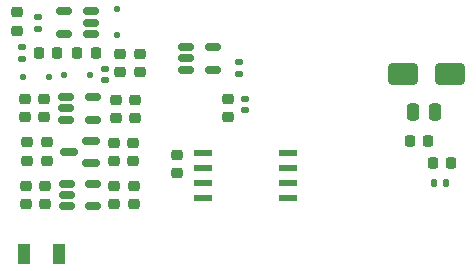
<source format=gbr>
%TF.GenerationSoftware,KiCad,Pcbnew,8.0.8*%
%TF.CreationDate,2025-02-18T00:27:10-08:00*%
%TF.ProjectId,OuterBoard_rev3.1,4f757465-7242-46f6-9172-645f72657633,rev?*%
%TF.SameCoordinates,Original*%
%TF.FileFunction,Paste,Bot*%
%TF.FilePolarity,Positive*%
%FSLAX46Y46*%
G04 Gerber Fmt 4.6, Leading zero omitted, Abs format (unit mm)*
G04 Created by KiCad (PCBNEW 8.0.8) date 2025-02-18 00:27:10*
%MOMM*%
%LPD*%
G01*
G04 APERTURE LIST*
G04 Aperture macros list*
%AMRoundRect*
0 Rectangle with rounded corners*
0 $1 Rounding radius*
0 $2 $3 $4 $5 $6 $7 $8 $9 X,Y pos of 4 corners*
0 Add a 4 corners polygon primitive as box body*
4,1,4,$2,$3,$4,$5,$6,$7,$8,$9,$2,$3,0*
0 Add four circle primitives for the rounded corners*
1,1,$1+$1,$2,$3*
1,1,$1+$1,$4,$5*
1,1,$1+$1,$6,$7*
1,1,$1+$1,$8,$9*
0 Add four rect primitives between the rounded corners*
20,1,$1+$1,$2,$3,$4,$5,0*
20,1,$1+$1,$4,$5,$6,$7,0*
20,1,$1+$1,$6,$7,$8,$9,0*
20,1,$1+$1,$8,$9,$2,$3,0*%
G04 Aperture macros list end*
%ADD10RoundRect,0.225000X-0.250000X0.225000X-0.250000X-0.225000X0.250000X-0.225000X0.250000X0.225000X0*%
%ADD11RoundRect,0.225000X0.225000X0.250000X-0.225000X0.250000X-0.225000X-0.250000X0.225000X-0.250000X0*%
%ADD12R,1.549400X0.558800*%
%ADD13R,1.117600X1.803400*%
%ADD14RoundRect,0.250000X-0.250000X-0.475000X0.250000X-0.475000X0.250000X0.475000X-0.250000X0.475000X0*%
%ADD15RoundRect,0.150000X0.512500X0.150000X-0.512500X0.150000X-0.512500X-0.150000X0.512500X-0.150000X0*%
%ADD16RoundRect,0.250000X1.000000X0.650000X-1.000000X0.650000X-1.000000X-0.650000X1.000000X-0.650000X0*%
%ADD17RoundRect,0.218750X-0.256250X0.218750X-0.256250X-0.218750X0.256250X-0.218750X0.256250X0.218750X0*%
%ADD18RoundRect,0.135000X-0.185000X0.135000X-0.185000X-0.135000X0.185000X-0.135000X0.185000X0.135000X0*%
%ADD19RoundRect,0.147500X0.172500X-0.147500X0.172500X0.147500X-0.172500X0.147500X-0.172500X-0.147500X0*%
%ADD20RoundRect,0.150000X-0.512500X-0.150000X0.512500X-0.150000X0.512500X0.150000X-0.512500X0.150000X0*%
%ADD21RoundRect,0.125000X-0.125000X-0.125000X0.125000X-0.125000X0.125000X0.125000X-0.125000X0.125000X0*%
%ADD22RoundRect,0.135000X0.135000X0.185000X-0.135000X0.185000X-0.135000X-0.185000X0.135000X-0.185000X0*%
%ADD23RoundRect,0.150000X0.587500X0.150000X-0.587500X0.150000X-0.587500X-0.150000X0.587500X-0.150000X0*%
%ADD24RoundRect,0.140000X0.170000X-0.140000X0.170000X0.140000X-0.170000X0.140000X-0.170000X-0.140000X0*%
%ADD25RoundRect,0.135000X0.185000X-0.135000X0.185000X0.135000X-0.185000X0.135000X-0.185000X-0.135000X0*%
%ADD26RoundRect,0.125000X-0.125000X0.125000X-0.125000X-0.125000X0.125000X-0.125000X0.125000X0.125000X0*%
G04 APERTURE END LIST*
D10*
%TO.C,C16*%
X122453400Y-87093800D03*
X122453400Y-88643800D03*
%TD*%
%TO.C,C27*%
X122301000Y-90728800D03*
X122301000Y-92278800D03*
%TD*%
D11*
%TO.C,C12*%
X147244400Y-90627200D03*
X145694400Y-90627200D03*
%TD*%
D12*
%TO.C,U2*%
X135432900Y-91643200D03*
X135432900Y-92913200D03*
X135432900Y-94183200D03*
X135432900Y-95453200D03*
X128168500Y-95453200D03*
X128168500Y-94183200D03*
X128168500Y-92913200D03*
X128168500Y-91643200D03*
%TD*%
D10*
%TO.C,C7*%
X121183400Y-83235800D03*
X121183400Y-84785800D03*
%TD*%
D13*
%TO.C,F1*%
X113004600Y-100152200D03*
X116001800Y-100152200D03*
%TD*%
D10*
%TO.C,C24*%
X120700800Y-94411800D03*
X120700800Y-95961800D03*
%TD*%
%TO.C,C20*%
X113334800Y-90703400D03*
X113334800Y-92253400D03*
%TD*%
%TO.C,C21*%
X114833400Y-94411800D03*
X114833400Y-95961800D03*
%TD*%
D14*
%TO.C,FB1*%
X145973800Y-88163400D03*
X147873800Y-88163400D03*
%TD*%
D15*
%TO.C,U3*%
X118688700Y-79618800D03*
X118688700Y-80568800D03*
X118688700Y-81518800D03*
X116413700Y-81518800D03*
X116413700Y-79618800D03*
%TD*%
D10*
%TO.C,C11*%
X113131600Y-87043000D03*
X113131600Y-88593000D03*
%TD*%
D11*
%TO.C,C8*%
X115874800Y-83159600D03*
X114324800Y-83159600D03*
%TD*%
D16*
%TO.C,D7*%
X149142200Y-84937600D03*
X145142200Y-84937600D03*
%TD*%
D17*
%TO.C,D13*%
X112445800Y-79705100D03*
X112445800Y-81280100D03*
%TD*%
D18*
%TO.C,R25*%
X112903000Y-82651600D03*
X112903000Y-83671600D03*
%TD*%
D19*
%TO.C,L2*%
X131775200Y-87988000D03*
X131775200Y-87018000D03*
%TD*%
D11*
%TO.C,C14*%
X149199600Y-92481400D03*
X147649600Y-92481400D03*
%TD*%
D20*
%TO.C,U4*%
X116636800Y-88793400D03*
X116636800Y-87843400D03*
X116636800Y-86893400D03*
X118911800Y-86893400D03*
X118911800Y-88793400D03*
%TD*%
D11*
%TO.C,C4*%
X119100600Y-83159600D03*
X117550600Y-83159600D03*
%TD*%
D10*
%TO.C,C26*%
X122326400Y-94411800D03*
X122326400Y-95961800D03*
%TD*%
D21*
%TO.C,D11*%
X116459000Y-85013800D03*
X118659000Y-85013800D03*
%TD*%
D18*
%TO.C,R4*%
X114249200Y-80058800D03*
X114249200Y-81078800D03*
%TD*%
D22*
%TO.C,R5*%
X148742400Y-94183200D03*
X147722400Y-94183200D03*
%TD*%
D23*
%TO.C,U6*%
X118745000Y-90576400D03*
X118745000Y-92476400D03*
X116870000Y-91526400D03*
%TD*%
D10*
%TO.C,C25*%
X120650000Y-90728800D03*
X120650000Y-92278800D03*
%TD*%
D24*
%TO.C,C2*%
X119862600Y-85468400D03*
X119862600Y-84508400D03*
%TD*%
D10*
%TO.C,C22*%
X114985800Y-90703400D03*
X114985800Y-92253400D03*
%TD*%
%TO.C,C38*%
X130327400Y-87020400D03*
X130327400Y-88570400D03*
%TD*%
D21*
%TO.C,D10*%
X112946000Y-85191600D03*
X115146000Y-85191600D03*
%TD*%
D10*
%TO.C,C44*%
X126009400Y-91782600D03*
X126009400Y-93332600D03*
%TD*%
D20*
%TO.C,U5*%
X116647800Y-96134000D03*
X116647800Y-95184000D03*
X116647800Y-94234000D03*
X118922800Y-94234000D03*
X118922800Y-96134000D03*
%TD*%
D10*
%TO.C,C10*%
X114757200Y-87045800D03*
X114757200Y-88595800D03*
%TD*%
D25*
%TO.C,R1*%
X131267200Y-84888800D03*
X131267200Y-83868800D03*
%TD*%
D10*
%TO.C,C3*%
X122885200Y-83235800D03*
X122885200Y-84785800D03*
%TD*%
%TO.C,C19*%
X113233200Y-94411800D03*
X113233200Y-95961800D03*
%TD*%
%TO.C,C13*%
X120802400Y-87096600D03*
X120802400Y-88646600D03*
%TD*%
D26*
%TO.C,D6*%
X120954800Y-79400400D03*
X120954800Y-81600400D03*
%TD*%
D20*
%TO.C,U1*%
X126796800Y-84551600D03*
X126796800Y-83601600D03*
X126796800Y-82651600D03*
X129071800Y-82651600D03*
X129071800Y-84551600D03*
%TD*%
M02*

</source>
